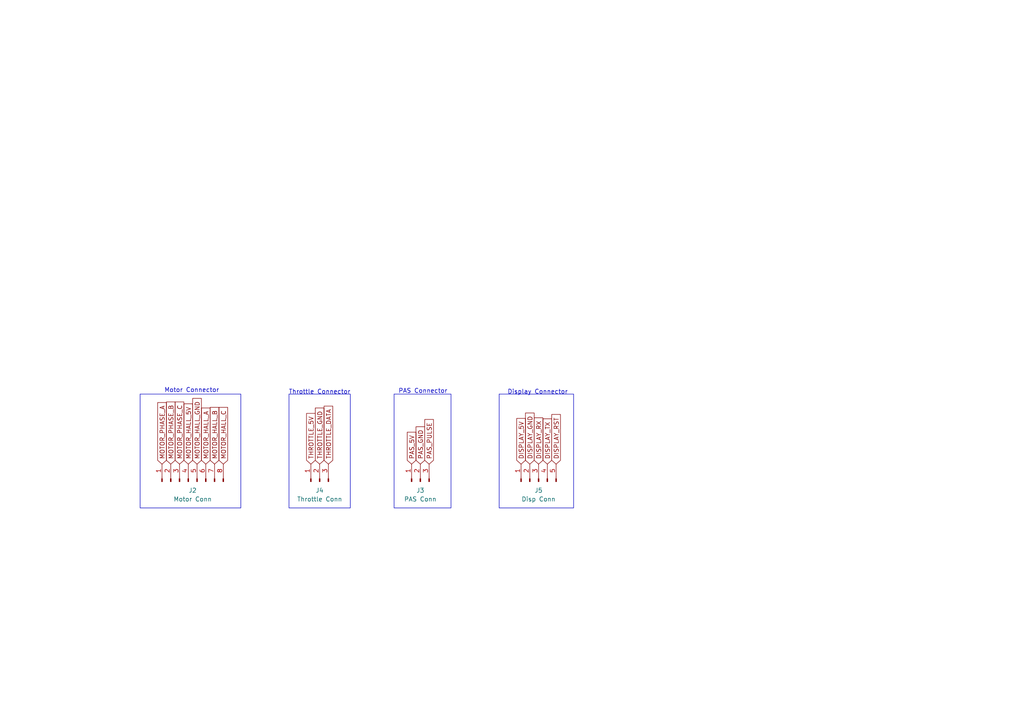
<source format=kicad_sch>
(kicad_sch (version 20250114) (generator "eeschema") (generator_version "9.0")
  (paper "A4")
  (title_block (title "BeanBike Controller Connectors") (date "2025-10-10") (rev "1") (company "Ginobeano"))
  (lib_symbols
    (symbol "Connector:Conn_01x03_Pin" (pin_names (offset 1.016) (hide yes))
      (property "Reference" "J" (at 0 5.08 0))
      (property "Value" "Conn_01x03_Pin" (at 0 -5.08 0))
      (symbol "Conn_01x03_Pin_1_1"
        (rectangle (start 0.8636 2.667) (end 0 2.413) (stroke (width 0.1524)) (fill (type outline)))
        (rectangle (start 0.8636 0.127) (end 0 -0.127) (stroke (width 0.1524)) (fill (type outline)))
        (rectangle (start 0.8636 -2.413) (end 0 -2.667) (stroke (width 0.1524)) (fill (type outline)))
        (polyline (pts (xy 1.27 2.54) (xy 0.8636 2.54)) (stroke (width 0.1524)))
        (polyline (pts (xy 1.27 0) (xy 0.8636 0)) (stroke (width 0.1524)))
        (polyline (pts (xy 1.27 -2.54) (xy 0.8636 -2.54)) (stroke (width 0.1524)))
        (pin passive line (at 5.08 2.54 180) (length 3.81) (name "Pin_1") (number "1"))
        (pin passive line (at 5.08 0 180) (length 3.81) (name "Pin_2") (number "2"))
        (pin passive line (at 5.08 -2.54 180) (length 3.81) (name "Pin_3") (number "3"))
      )
    )
    (symbol "Connector:Conn_01x05_Pin" (pin_names (offset 1.016) (hide yes))
      (property "Reference" "J" (at 0 7.62 0))
      (property "Value" "Conn_01x05_Pin" (at 0 -7.62 0))
      (symbol "Conn_01x05_Pin_1_1"
        (rectangle (start 0.8636 5.207) (end 0 4.953) (stroke (width 0.1524)) (fill (type outline)))
        (rectangle (start 0.8636 2.667) (end 0 2.413) (stroke (width 0.1524)) (fill (type outline)))
        (rectangle (start 0.8636 0.127) (end 0 -0.127) (stroke (width 0.1524)) (fill (type outline)))
        (rectangle (start 0.8636 -2.413) (end 0 -2.667) (stroke (width 0.1524)) (fill (type outline)))
        (rectangle (start 0.8636 -4.953) (end 0 -5.207) (stroke (width 0.1524)) (fill (type outline)))
        (polyline (pts (xy 1.27 5.08) (xy 0.8636 5.08)) (stroke (width 0.1524)))
        (polyline (pts (xy 1.27 2.54) (xy 0.8636 2.54)) (stroke (width 0.1524)))
        (polyline (pts (xy 1.27 0) (xy 0.8636 0)) (stroke (width 0.1524)))
        (polyline (pts (xy 1.27 -2.54) (xy 0.8636 -2.54)) (stroke (width 0.1524)))
        (polyline (pts (xy 1.27 -5.08) (xy 0.8636 -5.08)) (stroke (width 0.1524)))
        (pin passive line (at 5.08 5.08 180) (length 3.81) (name "Pin_1") (number "1"))
        (pin passive line (at 5.08 2.54 180) (length 3.81) (name "Pin_2") (number "2"))
        (pin passive line (at 5.08 0 180) (length 3.81) (name "Pin_3") (number "3"))
        (pin passive line (at 5.08 -2.54 180) (length 3.81) (name "Pin_4") (number "4"))
        (pin passive line (at 5.08 -5.08 180) (length 3.81) (name "Pin_5") (number "5"))
      )
    )
    (symbol "Connector:Conn_01x08_Pin" (pin_names (offset 1.016) (hide yes))
      (property "Reference" "J" (at 0 10.16 0))
      (property "Value" "Conn_01x08_Pin" (at 0 -12.7 0))
      (symbol "Conn_01x08_Pin_1_1"
        (rectangle (start 0.8636 7.747) (end 0 7.493) (stroke (width 0.1524)) (fill (type outline)))
        (rectangle (start 0.8636 5.207) (end 0 4.953) (stroke (width 0.1524)) (fill (type outline)))
        (rectangle (start 0.8636 2.667) (end 0 2.413) (stroke (width 0.1524)) (fill (type outline)))
        (rectangle (start 0.8636 0.127) (end 0 -0.127) (stroke (width 0.1524)) (fill (type outline)))
        (rectangle (start 0.8636 -2.413) (end 0 -2.667) (stroke (width 0.1524)) (fill (type outline)))
        (rectangle (start 0.8636 -4.953) (end 0 -5.207) (stroke (width 0.1524)) (fill (type outline)))
        (rectangle (start 0.8636 -7.493) (end 0 -7.747) (stroke (width 0.1524)) (fill (type outline)))
        (rectangle (start 0.8636 -10.033) (end 0 -10.287) (stroke (width 0.1524)) (fill (type outline)))
        (polyline (pts (xy 1.27 7.62) (xy 0.8636 7.62)) (stroke (width 0.1524)))
        (polyline (pts (xy 1.27 5.08) (xy 0.8636 5.08)) (stroke (width 0.1524)))
        (polyline (pts (xy 1.27 2.54) (xy 0.8636 2.54)) (stroke (width 0.1524)))
        (polyline (pts (xy 1.27 0) (xy 0.8636 0)) (stroke (width 0.1524)))
        (polyline (pts (xy 1.27 -2.54) (xy 0.8636 -2.54)) (stroke (width 0.1524)))
        (polyline (pts (xy 1.27 -5.08) (xy 0.8636 -5.08)) (stroke (width 0.1524)))
        (polyline (pts (xy 1.27 -7.62) (xy 0.8636 -7.62)) (stroke (width 0.1524)))
        (polyline (pts (xy 1.27 -10.16) (xy 0.8636 -10.16)) (stroke (width 0.1524)))
        (pin passive line (at 5.08 7.62 180) (length 3.81) (name "Pin_1") (number "1"))
        (pin passive line (at 5.08 5.08 180) (length 3.81) (name "Pin_2") (number "2"))
        (pin passive line (at 5.08 2.54 180) (length 3.81) (name "Pin_3") (number "3"))
        (pin passive line (at 5.08 0 180) (length 3.81) (name "Pin_4") (number "4"))
        (pin passive line (at 5.08 -2.54 180) (length 3.81) (name "Pin_5") (number "5"))
        (pin passive line (at 5.08 -5.08 180) (length 3.81) (name "Pin_6") (number "6"))
        (pin passive line (at 5.08 -7.62 180) (length 3.81) (name "Pin_7") (number "7"))
        (pin passive line (at 5.08 -10.16 180) (length 3.81) (name "Pin_8") (number "8"))
      )
    )
  )
  (rectangle (start 40.64 114.3) (end 69.85 147.32))
  (rectangle (start 114.3 114.3) (end 130.81 147.32))
  (rectangle (start 83.82 114.3) (end 101.6 147.32))
  (rectangle (start 144.78 114.3) (end 166.37 147.32))
  (text "Display Connector\n" (at 155.956 113.792 0) (effects (font (size 1.27 1.27))))
  (text "Throttle Connector\n" (at 92.71 113.792 0) (effects (font (size 1.27 1.27))))
  (text "PAS Connector\n" (at 122.682 113.538 0) (effects (font (size 1.27 1.27))))
  (text "Motor Connector\n" (at 55.626 113.284 0) (effects (font (size 1.27 1.27))))
  (global_label "PAS_GND" (shape input) (at 121.92 134.62 90) (property "Intersheetrefs" "${INTERSHEET_REFS}" (effects (hide yes))))
  (global_label "DISPLAY_GND" (shape input) (at 153.67 134.62 90) (property "Intersheetrefs" "${INTERSHEET_REFS}" (effects (hide yes))))
  (global_label "DISPLAY_RX" (shape input) (at 156.21 134.62 90) (property "Intersheetrefs" "${INTERSHEET_REFS}" (effects (hide yes))))
  (global_label "DISPLAY_TX" (shape input) (at 158.75 134.62 90) (property "Intersheetrefs" "${INTERSHEET_REFS}" (effects (hide yes))))
  (global_label "MOTOR_HALL_GND" (shape input) (at 57.15 134.62 90) (property "Intersheetrefs" "${INTERSHEET_REFS}" (effects (hide yes))))
  (global_label "MOTOR_PHASE_B" (shape input) (at 49.53 134.62 90) (property "Intersheetrefs" "${INTERSHEET_REFS}" (effects (hide yes))))
  (global_label "MOTOR_PHASE_C" (shape input) (at 52.07 134.62 90) (property "Intersheetrefs" "${INTERSHEET_REFS}" (effects (hide yes))))
  (global_label "PAS_5V" (shape input) (at 119.38 134.62 90) (property "Intersheetrefs" "${INTERSHEET_REFS}" (effects (hide yes))))
  (global_label "THROTTLE_DATA" (shape input) (at 95.25 134.62 90) (property "Intersheetrefs" "${INTERSHEET_REFS}" (effects (hide yes))))
  (global_label "MOTOR_HALL_5V" (shape input) (at 54.61 134.62 90) (property "Intersheetrefs" "${INTERSHEET_REFS}" (effects (hide yes))))
  (global_label "MOTOR_HALL_C" (shape input) (at 64.77 134.62 90) (property "Intersheetrefs" "${INTERSHEET_REFS}" (effects (hide yes))))
  (global_label "THROTTLE_GND" (shape input) (at 92.71 134.62 90) (property "Intersheetrefs" "${INTERSHEET_REFS}" (effects (hide yes))))
  (global_label "MOTOR_HALL_B" (shape input) (at 62.23 134.62 90) (property "Intersheetrefs" "${INTERSHEET_REFS}" (effects (hide yes))))
  (global_label "MOTOR_HALL_A" (shape input) (at 59.69 134.62 90) (property "Intersheetrefs" "${INTERSHEET_REFS}" (effects (hide yes))))
  (global_label "DISPLAY_RST" (shape input) (at 161.29 134.62 90) (property "Intersheetrefs" "${INTERSHEET_REFS}" (effects (hide yes))))
  (global_label "THROTTLE_5V" (shape input) (at 90.17 134.62 90) (property "Intersheetrefs" "${INTERSHEET_REFS}" (effects (hide yes))))
  (global_label "PAS_PULSE" (shape input) (at 124.46 134.62 90) (property "Intersheetrefs" "${INTERSHEET_REFS}" (effects (hide yes))))
  (global_label "DISPLAY_5V" (shape input) (at 151.13 134.62 90) (property "Intersheetrefs" "${INTERSHEET_REFS}" (effects (hide yes))))
  (global_label "MOTOR_PHASE_A" (shape input) (at 46.99 134.62 90) (property "Intersheetrefs" "${INTERSHEET_REFS}" (effects (hide yes))))
  (symbol (lib_id "Connector:Conn_01x08_Pin") (at 54.61 139.7 90) (unit 1)
    (property "Reference" "J2" (at 55.88 142.24 90))
    (property "Value" "Motor Conn" (at 55.88 144.78 90))
    (property "Description" "Generic connector, single row, 01x08, script generated" (effects (hide yes)))
  )
  (symbol (lib_id "Connector:Conn_01x03_Pin") (at 121.92 139.7 90) (unit 1)
    (property "Reference" "J3" (at 121.92 142.24 90))
    (property "Value" "PAS Conn" (at 121.92 144.78 90))
    (property "Description" "Generic connector, single row, 01x03, script generated" (effects (hide yes)))
  )
  (symbol (lib_id "Connector:Conn_01x03_Pin") (at 92.71 139.7 90) (unit 1)
    (property "Reference" "J4" (at 92.71 142.24 90))
    (property "Value" "Throttle Conn" (at 92.71 144.78 90))
    (property "Description" "Generic connector, single row, 01x03, script generated" (effects (hide yes)))
  )
  (symbol (lib_id "Connector:Conn_01x05_Pin") (at 156.21 139.7 90) (unit 1)
    (property "Reference" "J5" (at 156.21 142.24 90))
    (property "Value" "Disp Conn" (at 156.21 144.78 90))
    (property "Description" "Generic connector, single row, 01x05, script generated" (effects (hide yes)))
  )
)
</source>
